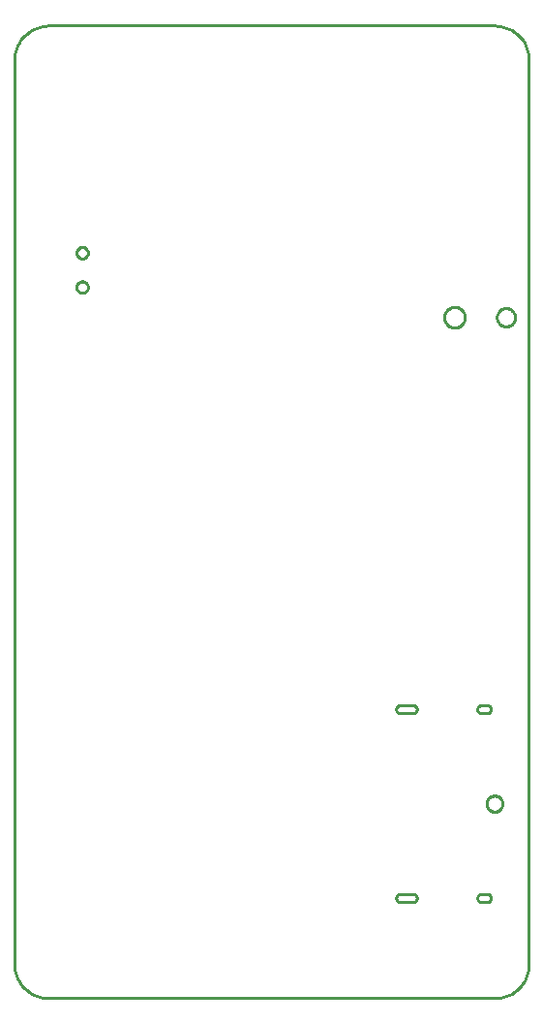
<source format=gbr>
G04 EAGLE Gerber RS-274X export*
G75*
%MOMM*%
%FSLAX34Y34*%
%LPD*%
%IN*%
%IPPOS*%
%AMOC8*
5,1,8,0,0,1.08239X$1,22.5*%
G01*
%ADD10C,0.254000*%


D10*
X0Y30000D02*
X114Y27385D01*
X456Y24791D01*
X1022Y22235D01*
X1809Y19739D01*
X2811Y17321D01*
X4019Y15000D01*
X5425Y12793D01*
X7019Y10716D01*
X8787Y8787D01*
X10716Y7019D01*
X12793Y5425D01*
X15000Y4019D01*
X17321Y2811D01*
X19739Y1809D01*
X22235Y1022D01*
X24791Y456D01*
X27385Y114D01*
X30000Y0D01*
X420000Y0D01*
X422615Y114D01*
X425209Y456D01*
X427765Y1022D01*
X430261Y1809D01*
X432679Y2811D01*
X435000Y4019D01*
X437207Y5425D01*
X439284Y7019D01*
X441213Y8787D01*
X442981Y10716D01*
X444575Y12793D01*
X445981Y15000D01*
X447189Y17321D01*
X448191Y19739D01*
X448978Y22235D01*
X449544Y24791D01*
X449886Y27385D01*
X450000Y30000D01*
X450000Y820000D01*
X449886Y822615D01*
X449544Y825209D01*
X448978Y827765D01*
X448191Y830261D01*
X447189Y832679D01*
X445981Y835000D01*
X444575Y837207D01*
X442981Y839284D01*
X441213Y841213D01*
X439284Y842981D01*
X437207Y844575D01*
X435000Y845981D01*
X432679Y847189D01*
X430261Y848191D01*
X427765Y848978D01*
X425209Y849544D01*
X422615Y849886D01*
X420000Y850000D01*
X30000Y850000D01*
X27385Y849886D01*
X24791Y849544D01*
X22235Y848978D01*
X19739Y848191D01*
X17321Y847189D01*
X15000Y845981D01*
X12793Y844575D01*
X10716Y842981D01*
X8787Y841213D01*
X7019Y839284D01*
X5425Y837207D01*
X4019Y835000D01*
X2811Y832679D01*
X1809Y830261D01*
X1022Y827765D01*
X456Y825209D01*
X114Y822615D01*
X0Y820000D01*
X0Y30000D01*
X405000Y252500D02*
X405013Y252195D01*
X405053Y251892D01*
X405119Y251594D01*
X405211Y251303D01*
X405328Y251021D01*
X405469Y250750D01*
X405633Y250492D01*
X405819Y250250D01*
X406025Y250025D01*
X406250Y249819D01*
X406492Y249633D01*
X406750Y249469D01*
X407021Y249328D01*
X407303Y249211D01*
X407594Y249119D01*
X407892Y249053D01*
X408195Y249013D01*
X408500Y249000D01*
X413500Y249000D01*
X413805Y249013D01*
X414108Y249053D01*
X414406Y249119D01*
X414697Y249211D01*
X414979Y249328D01*
X415250Y249469D01*
X415508Y249633D01*
X415750Y249819D01*
X415975Y250025D01*
X416181Y250250D01*
X416367Y250492D01*
X416531Y250750D01*
X416672Y251021D01*
X416789Y251303D01*
X416881Y251594D01*
X416947Y251892D01*
X416987Y252195D01*
X417000Y252500D01*
X416987Y252805D01*
X416947Y253108D01*
X416881Y253406D01*
X416789Y253697D01*
X416672Y253979D01*
X416531Y254250D01*
X416367Y254508D01*
X416181Y254750D01*
X415975Y254975D01*
X415750Y255181D01*
X415508Y255367D01*
X415250Y255531D01*
X414979Y255672D01*
X414697Y255789D01*
X414406Y255881D01*
X414108Y255947D01*
X413805Y255987D01*
X413500Y256000D01*
X408500Y256000D01*
X408195Y255987D01*
X407892Y255947D01*
X407594Y255881D01*
X407303Y255789D01*
X407021Y255672D01*
X406750Y255531D01*
X406492Y255367D01*
X406250Y255181D01*
X406025Y254975D01*
X405819Y254750D01*
X405633Y254508D01*
X405469Y254250D01*
X405328Y253979D01*
X405211Y253697D01*
X405119Y253406D01*
X405053Y253108D01*
X405013Y252805D01*
X405000Y252500D01*
X405000Y87500D02*
X405013Y87195D01*
X405053Y86892D01*
X405119Y86594D01*
X405211Y86303D01*
X405328Y86021D01*
X405469Y85750D01*
X405633Y85492D01*
X405819Y85250D01*
X406025Y85025D01*
X406250Y84819D01*
X406492Y84633D01*
X406750Y84469D01*
X407021Y84328D01*
X407303Y84211D01*
X407594Y84119D01*
X407892Y84053D01*
X408195Y84013D01*
X408500Y84000D01*
X413500Y84000D01*
X413805Y84013D01*
X414108Y84053D01*
X414406Y84119D01*
X414697Y84211D01*
X414979Y84328D01*
X415250Y84469D01*
X415508Y84633D01*
X415750Y84819D01*
X415975Y85025D01*
X416181Y85250D01*
X416367Y85492D01*
X416531Y85750D01*
X416672Y86021D01*
X416789Y86303D01*
X416881Y86594D01*
X416947Y86892D01*
X416987Y87195D01*
X417000Y87500D01*
X416987Y87805D01*
X416947Y88108D01*
X416881Y88406D01*
X416789Y88697D01*
X416672Y88979D01*
X416531Y89250D01*
X416367Y89508D01*
X416181Y89750D01*
X415975Y89975D01*
X415750Y90181D01*
X415508Y90367D01*
X415250Y90531D01*
X414979Y90672D01*
X414697Y90789D01*
X414406Y90881D01*
X414108Y90947D01*
X413805Y90987D01*
X413500Y91000D01*
X408500Y91000D01*
X408195Y90987D01*
X407892Y90947D01*
X407594Y90881D01*
X407303Y90789D01*
X407021Y90672D01*
X406750Y90531D01*
X406492Y90367D01*
X406250Y90181D01*
X406025Y89975D01*
X405819Y89750D01*
X405633Y89508D01*
X405469Y89250D01*
X405328Y88979D01*
X405211Y88697D01*
X405119Y88406D01*
X405053Y88108D01*
X405013Y87805D01*
X405000Y87500D01*
X334000Y252500D02*
X334013Y252195D01*
X334053Y251892D01*
X334119Y251594D01*
X334211Y251303D01*
X334328Y251021D01*
X334469Y250750D01*
X334633Y250492D01*
X334819Y250250D01*
X335025Y250025D01*
X335250Y249819D01*
X335492Y249633D01*
X335750Y249469D01*
X336021Y249328D01*
X336303Y249211D01*
X336594Y249119D01*
X336892Y249053D01*
X337195Y249013D01*
X337500Y249000D01*
X348500Y249000D01*
X348805Y249013D01*
X349108Y249053D01*
X349406Y249119D01*
X349697Y249211D01*
X349979Y249328D01*
X350250Y249469D01*
X350508Y249633D01*
X350750Y249819D01*
X350975Y250025D01*
X351181Y250250D01*
X351367Y250492D01*
X351531Y250750D01*
X351672Y251021D01*
X351789Y251303D01*
X351881Y251594D01*
X351947Y251892D01*
X351987Y252195D01*
X352000Y252500D01*
X351987Y252805D01*
X351947Y253108D01*
X351881Y253406D01*
X351789Y253697D01*
X351672Y253979D01*
X351531Y254250D01*
X351367Y254508D01*
X351181Y254750D01*
X350975Y254975D01*
X350750Y255181D01*
X350508Y255367D01*
X350250Y255531D01*
X349979Y255672D01*
X349697Y255789D01*
X349406Y255881D01*
X349108Y255947D01*
X348805Y255987D01*
X348500Y256000D01*
X337500Y256000D01*
X337195Y255987D01*
X336892Y255947D01*
X336594Y255881D01*
X336303Y255789D01*
X336021Y255672D01*
X335750Y255531D01*
X335492Y255367D01*
X335250Y255181D01*
X335025Y254975D01*
X334819Y254750D01*
X334633Y254508D01*
X334469Y254250D01*
X334328Y253979D01*
X334211Y253697D01*
X334119Y253406D01*
X334053Y253108D01*
X334013Y252805D01*
X334000Y252500D01*
X334000Y87500D02*
X334013Y87195D01*
X334053Y86892D01*
X334119Y86594D01*
X334211Y86303D01*
X334328Y86021D01*
X334469Y85750D01*
X334633Y85492D01*
X334819Y85250D01*
X335025Y85025D01*
X335250Y84819D01*
X335492Y84633D01*
X335750Y84469D01*
X336021Y84328D01*
X336303Y84211D01*
X336594Y84119D01*
X336892Y84053D01*
X337195Y84013D01*
X337500Y84000D01*
X348500Y84000D01*
X348805Y84013D01*
X349108Y84053D01*
X349406Y84119D01*
X349697Y84211D01*
X349979Y84328D01*
X350250Y84469D01*
X350508Y84633D01*
X350750Y84819D01*
X350975Y85025D01*
X351181Y85250D01*
X351367Y85492D01*
X351531Y85750D01*
X351672Y86021D01*
X351789Y86303D01*
X351881Y86594D01*
X351947Y86892D01*
X351987Y87195D01*
X352000Y87500D01*
X351987Y87805D01*
X351947Y88108D01*
X351881Y88406D01*
X351789Y88697D01*
X351672Y88979D01*
X351531Y89250D01*
X351367Y89508D01*
X351181Y89750D01*
X350975Y89975D01*
X350750Y90181D01*
X350508Y90367D01*
X350250Y90531D01*
X349979Y90672D01*
X349697Y90789D01*
X349406Y90881D01*
X349108Y90947D01*
X348805Y90987D01*
X348500Y91000D01*
X337500Y91000D01*
X337195Y90987D01*
X336892Y90947D01*
X336594Y90881D01*
X336303Y90789D01*
X336021Y90672D01*
X335750Y90531D01*
X335492Y90367D01*
X335250Y90181D01*
X335025Y89975D01*
X334819Y89750D01*
X334633Y89508D01*
X334469Y89250D01*
X334328Y88979D01*
X334211Y88697D01*
X334119Y88406D01*
X334053Y88108D01*
X334013Y87805D01*
X334000Y87500D01*
X420344Y177000D02*
X421028Y176933D01*
X421703Y176798D01*
X422361Y176599D01*
X422997Y176336D01*
X423603Y176011D01*
X424175Y175629D01*
X424707Y175193D01*
X425193Y174707D01*
X425629Y174175D01*
X426011Y173603D01*
X426336Y172997D01*
X426599Y172361D01*
X426798Y171703D01*
X426933Y171028D01*
X427000Y170344D01*
X427000Y169656D01*
X426933Y168972D01*
X426798Y168297D01*
X426599Y167639D01*
X426336Y167004D01*
X426011Y166397D01*
X425629Y165825D01*
X425193Y165293D01*
X424707Y164807D01*
X424175Y164371D01*
X423603Y163989D01*
X422997Y163664D01*
X422361Y163401D01*
X421703Y163202D01*
X421028Y163067D01*
X420344Y163000D01*
X419656Y163000D01*
X418972Y163067D01*
X418297Y163202D01*
X417639Y163401D01*
X417004Y163664D01*
X416397Y163989D01*
X415825Y164371D01*
X415293Y164807D01*
X414807Y165293D01*
X414371Y165825D01*
X413989Y166397D01*
X413664Y167004D01*
X413401Y167639D01*
X413202Y168297D01*
X413067Y168972D01*
X413000Y169656D01*
X413000Y170344D01*
X413067Y171028D01*
X413202Y171703D01*
X413401Y172361D01*
X413664Y172997D01*
X413989Y173603D01*
X414371Y174175D01*
X414807Y174707D01*
X415293Y175193D01*
X415825Y175629D01*
X416397Y176011D01*
X417004Y176336D01*
X417639Y176599D01*
X418297Y176798D01*
X418972Y176933D01*
X419656Y177000D01*
X420344Y177000D01*
X422000Y595393D02*
X422077Y596175D01*
X422230Y596946D01*
X422459Y597698D01*
X422759Y598425D01*
X423130Y599118D01*
X423567Y599771D01*
X424065Y600379D01*
X424621Y600935D01*
X425229Y601433D01*
X425882Y601870D01*
X426575Y602241D01*
X427302Y602541D01*
X428054Y602770D01*
X428825Y602923D01*
X429607Y603000D01*
X430393Y603000D01*
X431175Y602923D01*
X431946Y602770D01*
X432698Y602541D01*
X433425Y602241D01*
X434118Y601870D01*
X434771Y601433D01*
X435379Y600935D01*
X435935Y600379D01*
X436433Y599771D01*
X436870Y599118D01*
X437241Y598425D01*
X437541Y597698D01*
X437770Y596946D01*
X437923Y596175D01*
X438000Y595393D01*
X438000Y594607D01*
X437923Y593825D01*
X437770Y593054D01*
X437541Y592302D01*
X437241Y591575D01*
X436870Y590882D01*
X436433Y590229D01*
X435935Y589621D01*
X435379Y589065D01*
X434771Y588567D01*
X434118Y588130D01*
X433425Y587759D01*
X432698Y587459D01*
X431946Y587230D01*
X431175Y587077D01*
X430393Y587000D01*
X429607Y587000D01*
X428825Y587077D01*
X428054Y587230D01*
X427302Y587459D01*
X426575Y587759D01*
X425882Y588130D01*
X425229Y588567D01*
X424621Y589065D01*
X424065Y589621D01*
X423567Y590229D01*
X423130Y590882D01*
X422759Y591575D01*
X422459Y592302D01*
X422230Y593054D01*
X422077Y593825D01*
X422000Y594607D01*
X422000Y595393D01*
X376000Y595393D02*
X376069Y596176D01*
X376205Y596950D01*
X376408Y597709D01*
X376677Y598447D01*
X377009Y599160D01*
X377402Y599840D01*
X377853Y600484D01*
X378358Y601086D01*
X378914Y601642D01*
X379516Y602147D01*
X380160Y602598D01*
X380840Y602991D01*
X381553Y603323D01*
X382291Y603592D01*
X383050Y603795D01*
X383824Y603932D01*
X384607Y604000D01*
X385393Y604000D01*
X386176Y603932D01*
X386950Y603795D01*
X387709Y603592D01*
X388447Y603323D01*
X389160Y602991D01*
X389840Y602598D01*
X390484Y602147D01*
X391086Y601642D01*
X391642Y601086D01*
X392147Y600484D01*
X392598Y599840D01*
X392991Y599160D01*
X393323Y598447D01*
X393592Y597709D01*
X393795Y596950D01*
X393932Y596176D01*
X394000Y595393D01*
X394000Y594607D01*
X393932Y593824D01*
X393795Y593050D01*
X393592Y592291D01*
X393323Y591553D01*
X392991Y590840D01*
X392598Y590160D01*
X392147Y589516D01*
X391642Y588914D01*
X391086Y588358D01*
X390484Y587853D01*
X389840Y587402D01*
X389160Y587009D01*
X388447Y586677D01*
X387709Y586408D01*
X386950Y586205D01*
X386176Y586069D01*
X385393Y586000D01*
X384607Y586000D01*
X383824Y586069D01*
X383050Y586205D01*
X382291Y586408D01*
X381553Y586677D01*
X380840Y587009D01*
X380160Y587402D01*
X379516Y587853D01*
X378914Y588358D01*
X378358Y588914D01*
X377853Y589516D01*
X377402Y590160D01*
X377009Y590840D01*
X376677Y591553D01*
X376408Y592291D01*
X376205Y593050D01*
X376069Y593824D01*
X376000Y594607D01*
X376000Y595393D01*
X59059Y616420D02*
X58501Y616483D01*
X57954Y616608D01*
X57424Y616793D01*
X56918Y617037D01*
X56442Y617336D01*
X56003Y617686D01*
X55606Y618083D01*
X55256Y618522D01*
X54957Y618998D01*
X54713Y619504D01*
X54528Y620034D01*
X54403Y620581D01*
X54340Y621139D01*
X54340Y621701D01*
X54403Y622259D01*
X54528Y622806D01*
X54713Y623336D01*
X54957Y623842D01*
X55256Y624318D01*
X55606Y624757D01*
X56003Y625154D01*
X56442Y625504D01*
X56918Y625803D01*
X57424Y626047D01*
X57954Y626232D01*
X58501Y626357D01*
X59059Y626420D01*
X59621Y626420D01*
X60179Y626357D01*
X60726Y626232D01*
X61256Y626047D01*
X61762Y625803D01*
X62238Y625504D01*
X62677Y625154D01*
X63074Y624757D01*
X63424Y624318D01*
X63723Y623842D01*
X63967Y623336D01*
X64152Y622806D01*
X64277Y622259D01*
X64340Y621701D01*
X64340Y621139D01*
X64277Y620581D01*
X64152Y620034D01*
X63967Y619504D01*
X63723Y618998D01*
X63424Y618522D01*
X63074Y618083D01*
X62677Y617686D01*
X62238Y617336D01*
X61762Y617037D01*
X61256Y616793D01*
X60726Y616608D01*
X60179Y616483D01*
X59621Y616420D01*
X59059Y616420D01*
X59059Y646420D02*
X58501Y646483D01*
X57954Y646608D01*
X57424Y646793D01*
X56918Y647037D01*
X56442Y647336D01*
X56003Y647686D01*
X55606Y648083D01*
X55256Y648522D01*
X54957Y648998D01*
X54713Y649504D01*
X54528Y650034D01*
X54403Y650581D01*
X54340Y651139D01*
X54340Y651701D01*
X54403Y652259D01*
X54528Y652806D01*
X54713Y653336D01*
X54957Y653842D01*
X55256Y654318D01*
X55606Y654757D01*
X56003Y655154D01*
X56442Y655504D01*
X56918Y655803D01*
X57424Y656047D01*
X57954Y656232D01*
X58501Y656357D01*
X59059Y656420D01*
X59621Y656420D01*
X60179Y656357D01*
X60726Y656232D01*
X61256Y656047D01*
X61762Y655803D01*
X62238Y655504D01*
X62677Y655154D01*
X63074Y654757D01*
X63424Y654318D01*
X63723Y653842D01*
X63967Y653336D01*
X64152Y652806D01*
X64277Y652259D01*
X64340Y651701D01*
X64340Y651139D01*
X64277Y650581D01*
X64152Y650034D01*
X63967Y649504D01*
X63723Y648998D01*
X63424Y648522D01*
X63074Y648083D01*
X62677Y647686D01*
X62238Y647336D01*
X61762Y647037D01*
X61256Y646793D01*
X60726Y646608D01*
X60179Y646483D01*
X59621Y646420D01*
X59059Y646420D01*
M02*

</source>
